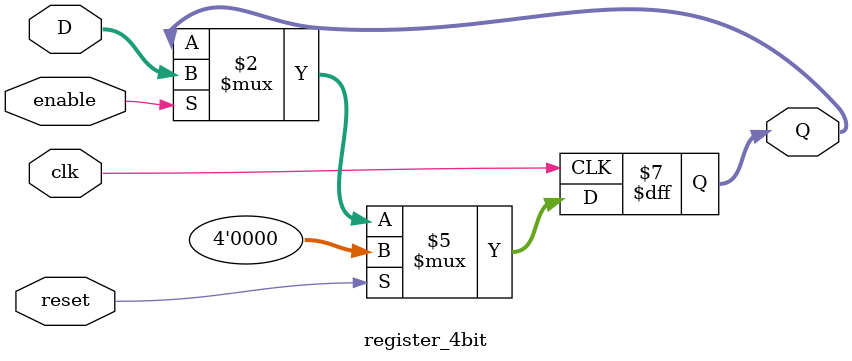
<source format=sv>
module register_4bit (
    input  logic        clk,        
    input  logic        reset,      
    input  logic        enable,     
    input  logic [3:0]  D,          
    output logic [3:0]  Q           
);

    always_ff @(posedge clk) begin
        if (reset) begin
            Q <= 4'b0000; 
        end else if (enable) begin
            Q <= D; 
        end
    end

endmodule
</source>
